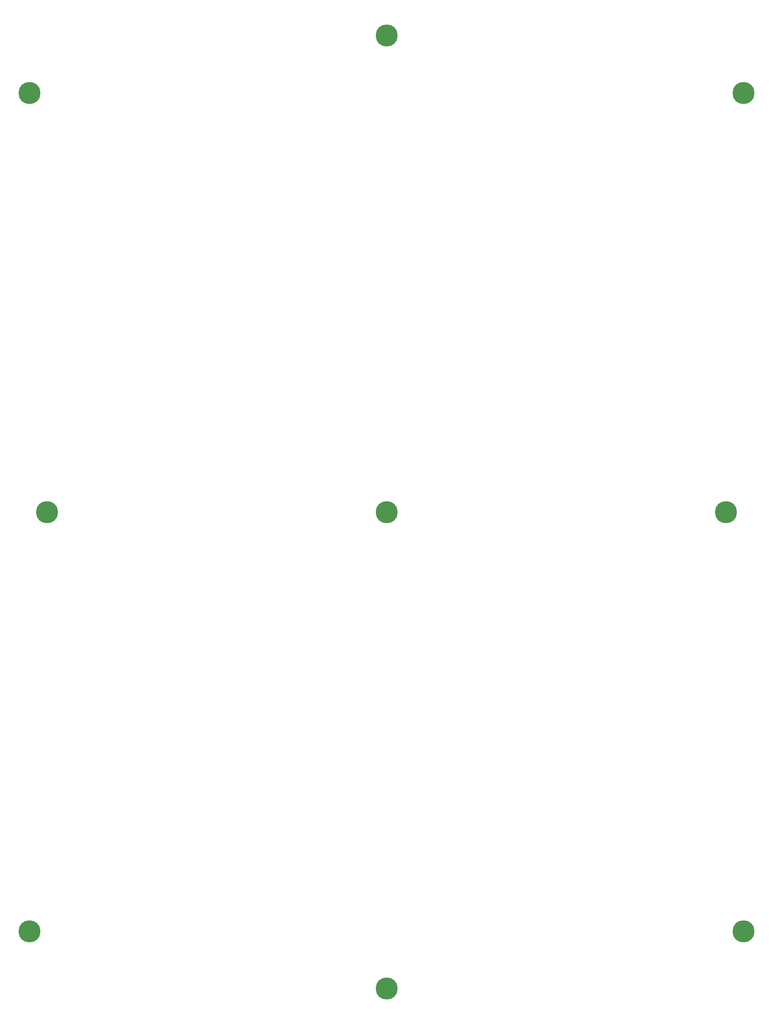
<source format=gbr>
%TF.GenerationSoftware,KiCad,Pcbnew,5.99.0-unknown-283d176cdc~117~ubuntu20.04.1*%
%TF.CreationDate,2021-02-27T14:47:21-06:00*%
%TF.ProjectId,Patches-Wider,50617463-6865-4732-9d57-696465722e6b,rev?*%
%TF.SameCoordinates,Original*%
%TF.FileFunction,Soldermask,Bot*%
%TF.FilePolarity,Negative*%
%FSLAX46Y46*%
G04 Gerber Fmt 4.6, Leading zero omitted, Abs format (unit mm)*
G04 Created by KiCad (PCBNEW 5.99.0-unknown-283d176cdc~117~ubuntu20.04.1) date 2021-02-27 14:47:21*
%MOMM*%
%LPD*%
G01*
G04 APERTURE LIST*
%ADD10C,5.000000*%
%ADD11C,2.900000*%
G04 APERTURE END LIST*
D10*
%TO.C,H10*%
X93000000Y-5000000D03*
D11*
X93000000Y-5000000D03*
%TD*%
%TO.C,H12*%
X170000000Y-113000000D03*
D10*
X170000000Y-113000000D03*
%TD*%
D11*
%TO.C,H11*%
X93000000Y-113000000D03*
D10*
X93000000Y-113000000D03*
%TD*%
%TO.C,H4*%
X174000000Y-208000000D03*
D11*
X174000000Y-208000000D03*
%TD*%
D10*
%TO.C,H9*%
X93000000Y-221000000D03*
D11*
X93000000Y-221000000D03*
%TD*%
D10*
%TO.C,H2*%
X174000000Y-18000000D03*
D11*
X174000000Y-18000000D03*
%TD*%
D10*
%TO.C,H3*%
X12000000Y-208000000D03*
D11*
X12000000Y-208000000D03*
%TD*%
%TO.C,H1*%
X12000000Y-18000000D03*
D10*
X12000000Y-18000000D03*
%TD*%
%TO.C,H11*%
X16000000Y-113000000D03*
D11*
X16000000Y-113000000D03*
%TD*%
M02*

</source>
